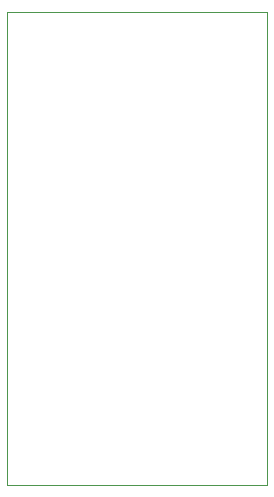
<source format=gbr>
G04 #@! TF.FileFunction,Profile,NP*
%FSLAX46Y46*%
G04 Gerber Fmt 4.6, Leading zero omitted, Abs format (unit mm)*
G04 Created by KiCad (PCBNEW 0.201411241846+5301~19~ubuntu14.04.1-product) date Tue Jun  9 07:58:50 2015*
%MOMM*%
G01*
G04 APERTURE LIST*
%ADD10C,0.100000*%
G04 APERTURE END LIST*
D10*
X150400000Y-45100000D02*
X150400000Y-85100000D01*
X128400000Y-45100000D02*
X150400000Y-45100000D01*
X128400000Y-85100000D02*
X128400000Y-45100000D01*
X150400000Y-85100000D02*
X128400000Y-85100000D01*
M02*

</source>
